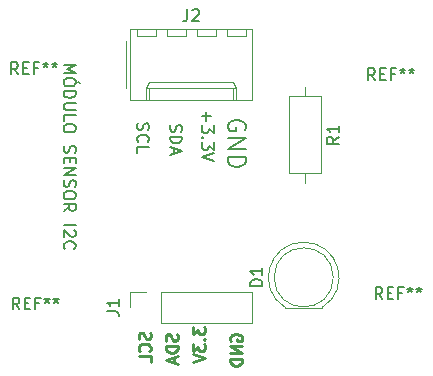
<source format=gbr>
%TF.GenerationSoftware,KiCad,Pcbnew,7.0.6*%
%TF.CreationDate,2024-10-08T11:46:52-03:00*%
%TF.ProjectId,Circuito_Exemplo,43697263-7569-4746-9f5f-4578656d706c,rev?*%
%TF.SameCoordinates,Original*%
%TF.FileFunction,Legend,Top*%
%TF.FilePolarity,Positive*%
%FSLAX46Y46*%
G04 Gerber Fmt 4.6, Leading zero omitted, Abs format (unit mm)*
G04 Created by KiCad (PCBNEW 7.0.6) date 2024-10-08 11:46:52*
%MOMM*%
%LPD*%
G01*
G04 APERTURE LIST*
%ADD10C,0.250000*%
%ADD11C,0.150000*%
%ADD12C,0.120000*%
G04 APERTURE END LIST*
D10*
X125404238Y-73570377D02*
X125356619Y-73475139D01*
X125356619Y-73475139D02*
X125356619Y-73332282D01*
X125356619Y-73332282D02*
X125404238Y-73189425D01*
X125404238Y-73189425D02*
X125499476Y-73094187D01*
X125499476Y-73094187D02*
X125594714Y-73046568D01*
X125594714Y-73046568D02*
X125785190Y-72998949D01*
X125785190Y-72998949D02*
X125928047Y-72998949D01*
X125928047Y-72998949D02*
X126118523Y-73046568D01*
X126118523Y-73046568D02*
X126213761Y-73094187D01*
X126213761Y-73094187D02*
X126309000Y-73189425D01*
X126309000Y-73189425D02*
X126356619Y-73332282D01*
X126356619Y-73332282D02*
X126356619Y-73427520D01*
X126356619Y-73427520D02*
X126309000Y-73570377D01*
X126309000Y-73570377D02*
X126261380Y-73617996D01*
X126261380Y-73617996D02*
X125928047Y-73617996D01*
X125928047Y-73617996D02*
X125928047Y-73427520D01*
X126356619Y-74046568D02*
X125356619Y-74046568D01*
X125356619Y-74046568D02*
X126356619Y-74617996D01*
X126356619Y-74617996D02*
X125356619Y-74617996D01*
X126356619Y-75094187D02*
X125356619Y-75094187D01*
X125356619Y-75094187D02*
X125356619Y-75332282D01*
X125356619Y-75332282D02*
X125404238Y-75475139D01*
X125404238Y-75475139D02*
X125499476Y-75570377D01*
X125499476Y-75570377D02*
X125594714Y-75617996D01*
X125594714Y-75617996D02*
X125785190Y-75665615D01*
X125785190Y-75665615D02*
X125928047Y-75665615D01*
X125928047Y-75665615D02*
X126118523Y-75617996D01*
X126118523Y-75617996D02*
X126213761Y-75570377D01*
X126213761Y-75570377D02*
X126309000Y-75475139D01*
X126309000Y-75475139D02*
X126356619Y-75332282D01*
X126356619Y-75332282D02*
X126356619Y-75094187D01*
X122211619Y-72376330D02*
X122211619Y-72995377D01*
X122211619Y-72995377D02*
X122592571Y-72662044D01*
X122592571Y-72662044D02*
X122592571Y-72804901D01*
X122592571Y-72804901D02*
X122640190Y-72900139D01*
X122640190Y-72900139D02*
X122687809Y-72947758D01*
X122687809Y-72947758D02*
X122783047Y-72995377D01*
X122783047Y-72995377D02*
X123021142Y-72995377D01*
X123021142Y-72995377D02*
X123116380Y-72947758D01*
X123116380Y-72947758D02*
X123164000Y-72900139D01*
X123164000Y-72900139D02*
X123211619Y-72804901D01*
X123211619Y-72804901D02*
X123211619Y-72519187D01*
X123211619Y-72519187D02*
X123164000Y-72423949D01*
X123164000Y-72423949D02*
X123116380Y-72376330D01*
X123116380Y-73423949D02*
X123164000Y-73471568D01*
X123164000Y-73471568D02*
X123211619Y-73423949D01*
X123211619Y-73423949D02*
X123164000Y-73376330D01*
X123164000Y-73376330D02*
X123116380Y-73423949D01*
X123116380Y-73423949D02*
X123211619Y-73423949D01*
X122211619Y-73804901D02*
X122211619Y-74423948D01*
X122211619Y-74423948D02*
X122592571Y-74090615D01*
X122592571Y-74090615D02*
X122592571Y-74233472D01*
X122592571Y-74233472D02*
X122640190Y-74328710D01*
X122640190Y-74328710D02*
X122687809Y-74376329D01*
X122687809Y-74376329D02*
X122783047Y-74423948D01*
X122783047Y-74423948D02*
X123021142Y-74423948D01*
X123021142Y-74423948D02*
X123116380Y-74376329D01*
X123116380Y-74376329D02*
X123164000Y-74328710D01*
X123164000Y-74328710D02*
X123211619Y-74233472D01*
X123211619Y-74233472D02*
X123211619Y-73947758D01*
X123211619Y-73947758D02*
X123164000Y-73852520D01*
X123164000Y-73852520D02*
X123116380Y-73804901D01*
X122211619Y-74709663D02*
X123211619Y-75042996D01*
X123211619Y-75042996D02*
X122211619Y-75376329D01*
X120848000Y-72998949D02*
X120895619Y-73141806D01*
X120895619Y-73141806D02*
X120895619Y-73379901D01*
X120895619Y-73379901D02*
X120848000Y-73475139D01*
X120848000Y-73475139D02*
X120800380Y-73522758D01*
X120800380Y-73522758D02*
X120705142Y-73570377D01*
X120705142Y-73570377D02*
X120609904Y-73570377D01*
X120609904Y-73570377D02*
X120514666Y-73522758D01*
X120514666Y-73522758D02*
X120467047Y-73475139D01*
X120467047Y-73475139D02*
X120419428Y-73379901D01*
X120419428Y-73379901D02*
X120371809Y-73189425D01*
X120371809Y-73189425D02*
X120324190Y-73094187D01*
X120324190Y-73094187D02*
X120276571Y-73046568D01*
X120276571Y-73046568D02*
X120181333Y-72998949D01*
X120181333Y-72998949D02*
X120086095Y-72998949D01*
X120086095Y-72998949D02*
X119990857Y-73046568D01*
X119990857Y-73046568D02*
X119943238Y-73094187D01*
X119943238Y-73094187D02*
X119895619Y-73189425D01*
X119895619Y-73189425D02*
X119895619Y-73427520D01*
X119895619Y-73427520D02*
X119943238Y-73570377D01*
X120895619Y-73998949D02*
X119895619Y-73998949D01*
X119895619Y-73998949D02*
X119895619Y-74237044D01*
X119895619Y-74237044D02*
X119943238Y-74379901D01*
X119943238Y-74379901D02*
X120038476Y-74475139D01*
X120038476Y-74475139D02*
X120133714Y-74522758D01*
X120133714Y-74522758D02*
X120324190Y-74570377D01*
X120324190Y-74570377D02*
X120467047Y-74570377D01*
X120467047Y-74570377D02*
X120657523Y-74522758D01*
X120657523Y-74522758D02*
X120752761Y-74475139D01*
X120752761Y-74475139D02*
X120848000Y-74379901D01*
X120848000Y-74379901D02*
X120895619Y-74237044D01*
X120895619Y-74237044D02*
X120895619Y-73998949D01*
X120609904Y-74951330D02*
X120609904Y-75427520D01*
X120895619Y-74856092D02*
X119895619Y-75189425D01*
X119895619Y-75189425D02*
X120895619Y-75522758D01*
X118562000Y-72871949D02*
X118609619Y-73014806D01*
X118609619Y-73014806D02*
X118609619Y-73252901D01*
X118609619Y-73252901D02*
X118562000Y-73348139D01*
X118562000Y-73348139D02*
X118514380Y-73395758D01*
X118514380Y-73395758D02*
X118419142Y-73443377D01*
X118419142Y-73443377D02*
X118323904Y-73443377D01*
X118323904Y-73443377D02*
X118228666Y-73395758D01*
X118228666Y-73395758D02*
X118181047Y-73348139D01*
X118181047Y-73348139D02*
X118133428Y-73252901D01*
X118133428Y-73252901D02*
X118085809Y-73062425D01*
X118085809Y-73062425D02*
X118038190Y-72967187D01*
X118038190Y-72967187D02*
X117990571Y-72919568D01*
X117990571Y-72919568D02*
X117895333Y-72871949D01*
X117895333Y-72871949D02*
X117800095Y-72871949D01*
X117800095Y-72871949D02*
X117704857Y-72919568D01*
X117704857Y-72919568D02*
X117657238Y-72967187D01*
X117657238Y-72967187D02*
X117609619Y-73062425D01*
X117609619Y-73062425D02*
X117609619Y-73300520D01*
X117609619Y-73300520D02*
X117657238Y-73443377D01*
X118514380Y-74443377D02*
X118562000Y-74395758D01*
X118562000Y-74395758D02*
X118609619Y-74252901D01*
X118609619Y-74252901D02*
X118609619Y-74157663D01*
X118609619Y-74157663D02*
X118562000Y-74014806D01*
X118562000Y-74014806D02*
X118466761Y-73919568D01*
X118466761Y-73919568D02*
X118371523Y-73871949D01*
X118371523Y-73871949D02*
X118181047Y-73824330D01*
X118181047Y-73824330D02*
X118038190Y-73824330D01*
X118038190Y-73824330D02*
X117847714Y-73871949D01*
X117847714Y-73871949D02*
X117752476Y-73919568D01*
X117752476Y-73919568D02*
X117657238Y-74014806D01*
X117657238Y-74014806D02*
X117609619Y-74157663D01*
X117609619Y-74157663D02*
X117609619Y-74252901D01*
X117609619Y-74252901D02*
X117657238Y-74395758D01*
X117657238Y-74395758D02*
X117704857Y-74443377D01*
X118609619Y-75348139D02*
X118609619Y-74871949D01*
X118609619Y-74871949D02*
X117609619Y-74871949D01*
D11*
X111255180Y-50247779D02*
X112255180Y-50247779D01*
X112255180Y-50247779D02*
X111540895Y-50581112D01*
X111540895Y-50581112D02*
X112255180Y-50914445D01*
X112255180Y-50914445D02*
X111255180Y-50914445D01*
X112255180Y-51581112D02*
X112255180Y-51771588D01*
X112255180Y-51771588D02*
X112207561Y-51866826D01*
X112207561Y-51866826D02*
X112112323Y-51962064D01*
X112112323Y-51962064D02*
X111921847Y-52009683D01*
X111921847Y-52009683D02*
X111588514Y-52009683D01*
X111588514Y-52009683D02*
X111398038Y-51962064D01*
X111398038Y-51962064D02*
X111302800Y-51866826D01*
X111302800Y-51866826D02*
X111255180Y-51771588D01*
X111255180Y-51771588D02*
X111255180Y-51581112D01*
X111255180Y-51581112D02*
X111302800Y-51485874D01*
X111302800Y-51485874D02*
X111398038Y-51390636D01*
X111398038Y-51390636D02*
X111588514Y-51343017D01*
X111588514Y-51343017D02*
X111921847Y-51343017D01*
X111921847Y-51343017D02*
X112112323Y-51390636D01*
X112112323Y-51390636D02*
X112207561Y-51485874D01*
X112207561Y-51485874D02*
X112255180Y-51581112D01*
X112636133Y-51771588D02*
X112493276Y-51628731D01*
X111255180Y-52438255D02*
X112255180Y-52438255D01*
X112255180Y-52438255D02*
X112255180Y-52676350D01*
X112255180Y-52676350D02*
X112207561Y-52819207D01*
X112207561Y-52819207D02*
X112112323Y-52914445D01*
X112112323Y-52914445D02*
X112017085Y-52962064D01*
X112017085Y-52962064D02*
X111826609Y-53009683D01*
X111826609Y-53009683D02*
X111683752Y-53009683D01*
X111683752Y-53009683D02*
X111493276Y-52962064D01*
X111493276Y-52962064D02*
X111398038Y-52914445D01*
X111398038Y-52914445D02*
X111302800Y-52819207D01*
X111302800Y-52819207D02*
X111255180Y-52676350D01*
X111255180Y-52676350D02*
X111255180Y-52438255D01*
X112255180Y-53438255D02*
X111445657Y-53438255D01*
X111445657Y-53438255D02*
X111350419Y-53485874D01*
X111350419Y-53485874D02*
X111302800Y-53533493D01*
X111302800Y-53533493D02*
X111255180Y-53628731D01*
X111255180Y-53628731D02*
X111255180Y-53819207D01*
X111255180Y-53819207D02*
X111302800Y-53914445D01*
X111302800Y-53914445D02*
X111350419Y-53962064D01*
X111350419Y-53962064D02*
X111445657Y-54009683D01*
X111445657Y-54009683D02*
X112255180Y-54009683D01*
X111255180Y-54962064D02*
X111255180Y-54485874D01*
X111255180Y-54485874D02*
X112255180Y-54485874D01*
X112255180Y-55485874D02*
X112255180Y-55676350D01*
X112255180Y-55676350D02*
X112207561Y-55771588D01*
X112207561Y-55771588D02*
X112112323Y-55866826D01*
X112112323Y-55866826D02*
X111921847Y-55914445D01*
X111921847Y-55914445D02*
X111588514Y-55914445D01*
X111588514Y-55914445D02*
X111398038Y-55866826D01*
X111398038Y-55866826D02*
X111302800Y-55771588D01*
X111302800Y-55771588D02*
X111255180Y-55676350D01*
X111255180Y-55676350D02*
X111255180Y-55485874D01*
X111255180Y-55485874D02*
X111302800Y-55390636D01*
X111302800Y-55390636D02*
X111398038Y-55295398D01*
X111398038Y-55295398D02*
X111588514Y-55247779D01*
X111588514Y-55247779D02*
X111921847Y-55247779D01*
X111921847Y-55247779D02*
X112112323Y-55295398D01*
X112112323Y-55295398D02*
X112207561Y-55390636D01*
X112207561Y-55390636D02*
X112255180Y-55485874D01*
X111302800Y-57057303D02*
X111255180Y-57200160D01*
X111255180Y-57200160D02*
X111255180Y-57438255D01*
X111255180Y-57438255D02*
X111302800Y-57533493D01*
X111302800Y-57533493D02*
X111350419Y-57581112D01*
X111350419Y-57581112D02*
X111445657Y-57628731D01*
X111445657Y-57628731D02*
X111540895Y-57628731D01*
X111540895Y-57628731D02*
X111636133Y-57581112D01*
X111636133Y-57581112D02*
X111683752Y-57533493D01*
X111683752Y-57533493D02*
X111731371Y-57438255D01*
X111731371Y-57438255D02*
X111778990Y-57247779D01*
X111778990Y-57247779D02*
X111826609Y-57152541D01*
X111826609Y-57152541D02*
X111874228Y-57104922D01*
X111874228Y-57104922D02*
X111969466Y-57057303D01*
X111969466Y-57057303D02*
X112064704Y-57057303D01*
X112064704Y-57057303D02*
X112159942Y-57104922D01*
X112159942Y-57104922D02*
X112207561Y-57152541D01*
X112207561Y-57152541D02*
X112255180Y-57247779D01*
X112255180Y-57247779D02*
X112255180Y-57485874D01*
X112255180Y-57485874D02*
X112207561Y-57628731D01*
X111778990Y-58057303D02*
X111778990Y-58390636D01*
X111255180Y-58533493D02*
X111255180Y-58057303D01*
X111255180Y-58057303D02*
X112255180Y-58057303D01*
X112255180Y-58057303D02*
X112255180Y-58533493D01*
X111255180Y-58962065D02*
X112255180Y-58962065D01*
X112255180Y-58962065D02*
X111255180Y-59533493D01*
X111255180Y-59533493D02*
X112255180Y-59533493D01*
X111302800Y-59962065D02*
X111255180Y-60104922D01*
X111255180Y-60104922D02*
X111255180Y-60343017D01*
X111255180Y-60343017D02*
X111302800Y-60438255D01*
X111302800Y-60438255D02*
X111350419Y-60485874D01*
X111350419Y-60485874D02*
X111445657Y-60533493D01*
X111445657Y-60533493D02*
X111540895Y-60533493D01*
X111540895Y-60533493D02*
X111636133Y-60485874D01*
X111636133Y-60485874D02*
X111683752Y-60438255D01*
X111683752Y-60438255D02*
X111731371Y-60343017D01*
X111731371Y-60343017D02*
X111778990Y-60152541D01*
X111778990Y-60152541D02*
X111826609Y-60057303D01*
X111826609Y-60057303D02*
X111874228Y-60009684D01*
X111874228Y-60009684D02*
X111969466Y-59962065D01*
X111969466Y-59962065D02*
X112064704Y-59962065D01*
X112064704Y-59962065D02*
X112159942Y-60009684D01*
X112159942Y-60009684D02*
X112207561Y-60057303D01*
X112207561Y-60057303D02*
X112255180Y-60152541D01*
X112255180Y-60152541D02*
X112255180Y-60390636D01*
X112255180Y-60390636D02*
X112207561Y-60533493D01*
X112255180Y-61152541D02*
X112255180Y-61343017D01*
X112255180Y-61343017D02*
X112207561Y-61438255D01*
X112207561Y-61438255D02*
X112112323Y-61533493D01*
X112112323Y-61533493D02*
X111921847Y-61581112D01*
X111921847Y-61581112D02*
X111588514Y-61581112D01*
X111588514Y-61581112D02*
X111398038Y-61533493D01*
X111398038Y-61533493D02*
X111302800Y-61438255D01*
X111302800Y-61438255D02*
X111255180Y-61343017D01*
X111255180Y-61343017D02*
X111255180Y-61152541D01*
X111255180Y-61152541D02*
X111302800Y-61057303D01*
X111302800Y-61057303D02*
X111398038Y-60962065D01*
X111398038Y-60962065D02*
X111588514Y-60914446D01*
X111588514Y-60914446D02*
X111921847Y-60914446D01*
X111921847Y-60914446D02*
X112112323Y-60962065D01*
X112112323Y-60962065D02*
X112207561Y-61057303D01*
X112207561Y-61057303D02*
X112255180Y-61152541D01*
X111255180Y-62581112D02*
X111731371Y-62247779D01*
X111255180Y-62009684D02*
X112255180Y-62009684D01*
X112255180Y-62009684D02*
X112255180Y-62390636D01*
X112255180Y-62390636D02*
X112207561Y-62485874D01*
X112207561Y-62485874D02*
X112159942Y-62533493D01*
X112159942Y-62533493D02*
X112064704Y-62581112D01*
X112064704Y-62581112D02*
X111921847Y-62581112D01*
X111921847Y-62581112D02*
X111826609Y-62533493D01*
X111826609Y-62533493D02*
X111778990Y-62485874D01*
X111778990Y-62485874D02*
X111731371Y-62390636D01*
X111731371Y-62390636D02*
X111731371Y-62009684D01*
X111255180Y-63771589D02*
X112255180Y-63771589D01*
X112159942Y-64200160D02*
X112207561Y-64247779D01*
X112207561Y-64247779D02*
X112255180Y-64343017D01*
X112255180Y-64343017D02*
X112255180Y-64581112D01*
X112255180Y-64581112D02*
X112207561Y-64676350D01*
X112207561Y-64676350D02*
X112159942Y-64723969D01*
X112159942Y-64723969D02*
X112064704Y-64771588D01*
X112064704Y-64771588D02*
X111969466Y-64771588D01*
X111969466Y-64771588D02*
X111826609Y-64723969D01*
X111826609Y-64723969D02*
X111255180Y-64152541D01*
X111255180Y-64152541D02*
X111255180Y-64771588D01*
X111350419Y-65771588D02*
X111302800Y-65723969D01*
X111302800Y-65723969D02*
X111255180Y-65581112D01*
X111255180Y-65581112D02*
X111255180Y-65485874D01*
X111255180Y-65485874D02*
X111302800Y-65343017D01*
X111302800Y-65343017D02*
X111398038Y-65247779D01*
X111398038Y-65247779D02*
X111493276Y-65200160D01*
X111493276Y-65200160D02*
X111683752Y-65152541D01*
X111683752Y-65152541D02*
X111826609Y-65152541D01*
X111826609Y-65152541D02*
X112017085Y-65200160D01*
X112017085Y-65200160D02*
X112112323Y-65247779D01*
X112112323Y-65247779D02*
X112207561Y-65343017D01*
X112207561Y-65343017D02*
X112255180Y-65485874D01*
X112255180Y-65485874D02*
X112255180Y-65581112D01*
X112255180Y-65581112D02*
X112207561Y-65723969D01*
X112207561Y-65723969D02*
X112159942Y-65771588D01*
X117525800Y-55153160D02*
X117478180Y-55296017D01*
X117478180Y-55296017D02*
X117478180Y-55534112D01*
X117478180Y-55534112D02*
X117525800Y-55629350D01*
X117525800Y-55629350D02*
X117573419Y-55676969D01*
X117573419Y-55676969D02*
X117668657Y-55724588D01*
X117668657Y-55724588D02*
X117763895Y-55724588D01*
X117763895Y-55724588D02*
X117859133Y-55676969D01*
X117859133Y-55676969D02*
X117906752Y-55629350D01*
X117906752Y-55629350D02*
X117954371Y-55534112D01*
X117954371Y-55534112D02*
X118001990Y-55343636D01*
X118001990Y-55343636D02*
X118049609Y-55248398D01*
X118049609Y-55248398D02*
X118097228Y-55200779D01*
X118097228Y-55200779D02*
X118192466Y-55153160D01*
X118192466Y-55153160D02*
X118287704Y-55153160D01*
X118287704Y-55153160D02*
X118382942Y-55200779D01*
X118382942Y-55200779D02*
X118430561Y-55248398D01*
X118430561Y-55248398D02*
X118478180Y-55343636D01*
X118478180Y-55343636D02*
X118478180Y-55581731D01*
X118478180Y-55581731D02*
X118430561Y-55724588D01*
X117573419Y-56724588D02*
X117525800Y-56676969D01*
X117525800Y-56676969D02*
X117478180Y-56534112D01*
X117478180Y-56534112D02*
X117478180Y-56438874D01*
X117478180Y-56438874D02*
X117525800Y-56296017D01*
X117525800Y-56296017D02*
X117621038Y-56200779D01*
X117621038Y-56200779D02*
X117716276Y-56153160D01*
X117716276Y-56153160D02*
X117906752Y-56105541D01*
X117906752Y-56105541D02*
X118049609Y-56105541D01*
X118049609Y-56105541D02*
X118240085Y-56153160D01*
X118240085Y-56153160D02*
X118335323Y-56200779D01*
X118335323Y-56200779D02*
X118430561Y-56296017D01*
X118430561Y-56296017D02*
X118478180Y-56438874D01*
X118478180Y-56438874D02*
X118478180Y-56534112D01*
X118478180Y-56534112D02*
X118430561Y-56676969D01*
X118430561Y-56676969D02*
X118382942Y-56724588D01*
X117478180Y-57629350D02*
X117478180Y-57153160D01*
X117478180Y-57153160D02*
X118478180Y-57153160D01*
X120319800Y-55280160D02*
X120272180Y-55423017D01*
X120272180Y-55423017D02*
X120272180Y-55661112D01*
X120272180Y-55661112D02*
X120319800Y-55756350D01*
X120319800Y-55756350D02*
X120367419Y-55803969D01*
X120367419Y-55803969D02*
X120462657Y-55851588D01*
X120462657Y-55851588D02*
X120557895Y-55851588D01*
X120557895Y-55851588D02*
X120653133Y-55803969D01*
X120653133Y-55803969D02*
X120700752Y-55756350D01*
X120700752Y-55756350D02*
X120748371Y-55661112D01*
X120748371Y-55661112D02*
X120795990Y-55470636D01*
X120795990Y-55470636D02*
X120843609Y-55375398D01*
X120843609Y-55375398D02*
X120891228Y-55327779D01*
X120891228Y-55327779D02*
X120986466Y-55280160D01*
X120986466Y-55280160D02*
X121081704Y-55280160D01*
X121081704Y-55280160D02*
X121176942Y-55327779D01*
X121176942Y-55327779D02*
X121224561Y-55375398D01*
X121224561Y-55375398D02*
X121272180Y-55470636D01*
X121272180Y-55470636D02*
X121272180Y-55708731D01*
X121272180Y-55708731D02*
X121224561Y-55851588D01*
X120272180Y-56280160D02*
X121272180Y-56280160D01*
X121272180Y-56280160D02*
X121272180Y-56518255D01*
X121272180Y-56518255D02*
X121224561Y-56661112D01*
X121224561Y-56661112D02*
X121129323Y-56756350D01*
X121129323Y-56756350D02*
X121034085Y-56803969D01*
X121034085Y-56803969D02*
X120843609Y-56851588D01*
X120843609Y-56851588D02*
X120700752Y-56851588D01*
X120700752Y-56851588D02*
X120510276Y-56803969D01*
X120510276Y-56803969D02*
X120415038Y-56756350D01*
X120415038Y-56756350D02*
X120319800Y-56661112D01*
X120319800Y-56661112D02*
X120272180Y-56518255D01*
X120272180Y-56518255D02*
X120272180Y-56280160D01*
X120557895Y-57232541D02*
X120557895Y-57708731D01*
X120272180Y-57137303D02*
X121272180Y-57470636D01*
X121272180Y-57470636D02*
X120272180Y-57803969D01*
X123320133Y-54184779D02*
X123320133Y-54946684D01*
X122939180Y-54565731D02*
X123701085Y-54565731D01*
X123939180Y-55327636D02*
X123939180Y-55946683D01*
X123939180Y-55946683D02*
X123558228Y-55613350D01*
X123558228Y-55613350D02*
X123558228Y-55756207D01*
X123558228Y-55756207D02*
X123510609Y-55851445D01*
X123510609Y-55851445D02*
X123462990Y-55899064D01*
X123462990Y-55899064D02*
X123367752Y-55946683D01*
X123367752Y-55946683D02*
X123129657Y-55946683D01*
X123129657Y-55946683D02*
X123034419Y-55899064D01*
X123034419Y-55899064D02*
X122986800Y-55851445D01*
X122986800Y-55851445D02*
X122939180Y-55756207D01*
X122939180Y-55756207D02*
X122939180Y-55470493D01*
X122939180Y-55470493D02*
X122986800Y-55375255D01*
X122986800Y-55375255D02*
X123034419Y-55327636D01*
X123034419Y-56375255D02*
X122986800Y-56422874D01*
X122986800Y-56422874D02*
X122939180Y-56375255D01*
X122939180Y-56375255D02*
X122986800Y-56327636D01*
X122986800Y-56327636D02*
X123034419Y-56375255D01*
X123034419Y-56375255D02*
X122939180Y-56375255D01*
X123939180Y-56756207D02*
X123939180Y-57375254D01*
X123939180Y-57375254D02*
X123558228Y-57041921D01*
X123558228Y-57041921D02*
X123558228Y-57184778D01*
X123558228Y-57184778D02*
X123510609Y-57280016D01*
X123510609Y-57280016D02*
X123462990Y-57327635D01*
X123462990Y-57327635D02*
X123367752Y-57375254D01*
X123367752Y-57375254D02*
X123129657Y-57375254D01*
X123129657Y-57375254D02*
X123034419Y-57327635D01*
X123034419Y-57327635D02*
X122986800Y-57280016D01*
X122986800Y-57280016D02*
X122939180Y-57184778D01*
X122939180Y-57184778D02*
X122939180Y-56899064D01*
X122939180Y-56899064D02*
X122986800Y-56803826D01*
X122986800Y-56803826D02*
X123034419Y-56756207D01*
X123939180Y-57660969D02*
X122939180Y-57994302D01*
X122939180Y-57994302D02*
X123939180Y-58327635D01*
X126587942Y-55724541D02*
X126659371Y-55581684D01*
X126659371Y-55581684D02*
X126659371Y-55367398D01*
X126659371Y-55367398D02*
X126587942Y-55153112D01*
X126587942Y-55153112D02*
X126445085Y-55010255D01*
X126445085Y-55010255D02*
X126302228Y-54938826D01*
X126302228Y-54938826D02*
X126016514Y-54867398D01*
X126016514Y-54867398D02*
X125802228Y-54867398D01*
X125802228Y-54867398D02*
X125516514Y-54938826D01*
X125516514Y-54938826D02*
X125373657Y-55010255D01*
X125373657Y-55010255D02*
X125230800Y-55153112D01*
X125230800Y-55153112D02*
X125159371Y-55367398D01*
X125159371Y-55367398D02*
X125159371Y-55510255D01*
X125159371Y-55510255D02*
X125230800Y-55724541D01*
X125230800Y-55724541D02*
X125302228Y-55795969D01*
X125302228Y-55795969D02*
X125802228Y-55795969D01*
X125802228Y-55795969D02*
X125802228Y-55510255D01*
X125159371Y-56438826D02*
X126659371Y-56438826D01*
X126659371Y-56438826D02*
X125159371Y-57295969D01*
X125159371Y-57295969D02*
X126659371Y-57295969D01*
X125159371Y-58010255D02*
X126659371Y-58010255D01*
X126659371Y-58010255D02*
X126659371Y-58367398D01*
X126659371Y-58367398D02*
X126587942Y-58581684D01*
X126587942Y-58581684D02*
X126445085Y-58724541D01*
X126445085Y-58724541D02*
X126302228Y-58795970D01*
X126302228Y-58795970D02*
X126016514Y-58867398D01*
X126016514Y-58867398D02*
X125802228Y-58867398D01*
X125802228Y-58867398D02*
X125516514Y-58795970D01*
X125516514Y-58795970D02*
X125373657Y-58724541D01*
X125373657Y-58724541D02*
X125230800Y-58581684D01*
X125230800Y-58581684D02*
X125159371Y-58367398D01*
X125159371Y-58367398D02*
X125159371Y-58010255D01*
X107505666Y-70914819D02*
X107172333Y-70438628D01*
X106934238Y-70914819D02*
X106934238Y-69914819D01*
X106934238Y-69914819D02*
X107315190Y-69914819D01*
X107315190Y-69914819D02*
X107410428Y-69962438D01*
X107410428Y-69962438D02*
X107458047Y-70010057D01*
X107458047Y-70010057D02*
X107505666Y-70105295D01*
X107505666Y-70105295D02*
X107505666Y-70248152D01*
X107505666Y-70248152D02*
X107458047Y-70343390D01*
X107458047Y-70343390D02*
X107410428Y-70391009D01*
X107410428Y-70391009D02*
X107315190Y-70438628D01*
X107315190Y-70438628D02*
X106934238Y-70438628D01*
X107934238Y-70391009D02*
X108267571Y-70391009D01*
X108410428Y-70914819D02*
X107934238Y-70914819D01*
X107934238Y-70914819D02*
X107934238Y-69914819D01*
X107934238Y-69914819D02*
X108410428Y-69914819D01*
X109172333Y-70391009D02*
X108839000Y-70391009D01*
X108839000Y-70914819D02*
X108839000Y-69914819D01*
X108839000Y-69914819D02*
X109315190Y-69914819D01*
X109839000Y-69914819D02*
X109839000Y-70152914D01*
X109600905Y-70057676D02*
X109839000Y-70152914D01*
X109839000Y-70152914D02*
X110077095Y-70057676D01*
X109696143Y-70343390D02*
X109839000Y-70152914D01*
X109839000Y-70152914D02*
X109981857Y-70343390D01*
X110600905Y-69914819D02*
X110600905Y-70152914D01*
X110362810Y-70057676D02*
X110600905Y-70152914D01*
X110600905Y-70152914D02*
X110839000Y-70057676D01*
X110458048Y-70343390D02*
X110600905Y-70152914D01*
X110600905Y-70152914D02*
X110743762Y-70343390D01*
X107378666Y-51000819D02*
X107045333Y-50524628D01*
X106807238Y-51000819D02*
X106807238Y-50000819D01*
X106807238Y-50000819D02*
X107188190Y-50000819D01*
X107188190Y-50000819D02*
X107283428Y-50048438D01*
X107283428Y-50048438D02*
X107331047Y-50096057D01*
X107331047Y-50096057D02*
X107378666Y-50191295D01*
X107378666Y-50191295D02*
X107378666Y-50334152D01*
X107378666Y-50334152D02*
X107331047Y-50429390D01*
X107331047Y-50429390D02*
X107283428Y-50477009D01*
X107283428Y-50477009D02*
X107188190Y-50524628D01*
X107188190Y-50524628D02*
X106807238Y-50524628D01*
X107807238Y-50477009D02*
X108140571Y-50477009D01*
X108283428Y-51000819D02*
X107807238Y-51000819D01*
X107807238Y-51000819D02*
X107807238Y-50000819D01*
X107807238Y-50000819D02*
X108283428Y-50000819D01*
X109045333Y-50477009D02*
X108712000Y-50477009D01*
X108712000Y-51000819D02*
X108712000Y-50000819D01*
X108712000Y-50000819D02*
X109188190Y-50000819D01*
X109712000Y-50000819D02*
X109712000Y-50238914D01*
X109473905Y-50143676D02*
X109712000Y-50238914D01*
X109712000Y-50238914D02*
X109950095Y-50143676D01*
X109569143Y-50429390D02*
X109712000Y-50238914D01*
X109712000Y-50238914D02*
X109854857Y-50429390D01*
X110473905Y-50000819D02*
X110473905Y-50238914D01*
X110235810Y-50143676D02*
X110473905Y-50238914D01*
X110473905Y-50238914D02*
X110712000Y-50143676D01*
X110331048Y-50429390D02*
X110473905Y-50238914D01*
X110473905Y-50238914D02*
X110616762Y-50429390D01*
X138239666Y-70050819D02*
X137906333Y-69574628D01*
X137668238Y-70050819D02*
X137668238Y-69050819D01*
X137668238Y-69050819D02*
X138049190Y-69050819D01*
X138049190Y-69050819D02*
X138144428Y-69098438D01*
X138144428Y-69098438D02*
X138192047Y-69146057D01*
X138192047Y-69146057D02*
X138239666Y-69241295D01*
X138239666Y-69241295D02*
X138239666Y-69384152D01*
X138239666Y-69384152D02*
X138192047Y-69479390D01*
X138192047Y-69479390D02*
X138144428Y-69527009D01*
X138144428Y-69527009D02*
X138049190Y-69574628D01*
X138049190Y-69574628D02*
X137668238Y-69574628D01*
X138668238Y-69527009D02*
X139001571Y-69527009D01*
X139144428Y-70050819D02*
X138668238Y-70050819D01*
X138668238Y-70050819D02*
X138668238Y-69050819D01*
X138668238Y-69050819D02*
X139144428Y-69050819D01*
X139906333Y-69527009D02*
X139573000Y-69527009D01*
X139573000Y-70050819D02*
X139573000Y-69050819D01*
X139573000Y-69050819D02*
X140049190Y-69050819D01*
X140573000Y-69050819D02*
X140573000Y-69288914D01*
X140334905Y-69193676D02*
X140573000Y-69288914D01*
X140573000Y-69288914D02*
X140811095Y-69193676D01*
X140430143Y-69479390D02*
X140573000Y-69288914D01*
X140573000Y-69288914D02*
X140715857Y-69479390D01*
X141334905Y-69050819D02*
X141334905Y-69288914D01*
X141096810Y-69193676D02*
X141334905Y-69288914D01*
X141334905Y-69288914D02*
X141573000Y-69193676D01*
X141192048Y-69479390D02*
X141334905Y-69288914D01*
X141334905Y-69288914D02*
X141477762Y-69479390D01*
X137604666Y-51508819D02*
X137271333Y-51032628D01*
X137033238Y-51508819D02*
X137033238Y-50508819D01*
X137033238Y-50508819D02*
X137414190Y-50508819D01*
X137414190Y-50508819D02*
X137509428Y-50556438D01*
X137509428Y-50556438D02*
X137557047Y-50604057D01*
X137557047Y-50604057D02*
X137604666Y-50699295D01*
X137604666Y-50699295D02*
X137604666Y-50842152D01*
X137604666Y-50842152D02*
X137557047Y-50937390D01*
X137557047Y-50937390D02*
X137509428Y-50985009D01*
X137509428Y-50985009D02*
X137414190Y-51032628D01*
X137414190Y-51032628D02*
X137033238Y-51032628D01*
X138033238Y-50985009D02*
X138366571Y-50985009D01*
X138509428Y-51508819D02*
X138033238Y-51508819D01*
X138033238Y-51508819D02*
X138033238Y-50508819D01*
X138033238Y-50508819D02*
X138509428Y-50508819D01*
X139271333Y-50985009D02*
X138938000Y-50985009D01*
X138938000Y-51508819D02*
X138938000Y-50508819D01*
X138938000Y-50508819D02*
X139414190Y-50508819D01*
X139938000Y-50508819D02*
X139938000Y-50746914D01*
X139699905Y-50651676D02*
X139938000Y-50746914D01*
X139938000Y-50746914D02*
X140176095Y-50651676D01*
X139795143Y-50937390D02*
X139938000Y-50746914D01*
X139938000Y-50746914D02*
X140080857Y-50937390D01*
X140699905Y-50508819D02*
X140699905Y-50746914D01*
X140461810Y-50651676D02*
X140699905Y-50746914D01*
X140699905Y-50746914D02*
X140938000Y-50651676D01*
X140557048Y-50937390D02*
X140699905Y-50746914D01*
X140699905Y-50746914D02*
X140842762Y-50937390D01*
X134523819Y-56300666D02*
X134047628Y-56633999D01*
X134523819Y-56872094D02*
X133523819Y-56872094D01*
X133523819Y-56872094D02*
X133523819Y-56491142D01*
X133523819Y-56491142D02*
X133571438Y-56395904D01*
X133571438Y-56395904D02*
X133619057Y-56348285D01*
X133619057Y-56348285D02*
X133714295Y-56300666D01*
X133714295Y-56300666D02*
X133857152Y-56300666D01*
X133857152Y-56300666D02*
X133952390Y-56348285D01*
X133952390Y-56348285D02*
X134000009Y-56395904D01*
X134000009Y-56395904D02*
X134047628Y-56491142D01*
X134047628Y-56491142D02*
X134047628Y-56872094D01*
X134523819Y-55348285D02*
X134523819Y-55919713D01*
X134523819Y-55633999D02*
X133523819Y-55633999D01*
X133523819Y-55633999D02*
X133666676Y-55729237D01*
X133666676Y-55729237D02*
X133761914Y-55824475D01*
X133761914Y-55824475D02*
X133809533Y-55919713D01*
X121713666Y-45499819D02*
X121713666Y-46214104D01*
X121713666Y-46214104D02*
X121666047Y-46356961D01*
X121666047Y-46356961D02*
X121570809Y-46452200D01*
X121570809Y-46452200D02*
X121427952Y-46499819D01*
X121427952Y-46499819D02*
X121332714Y-46499819D01*
X122142238Y-45595057D02*
X122189857Y-45547438D01*
X122189857Y-45547438D02*
X122285095Y-45499819D01*
X122285095Y-45499819D02*
X122523190Y-45499819D01*
X122523190Y-45499819D02*
X122618428Y-45547438D01*
X122618428Y-45547438D02*
X122666047Y-45595057D01*
X122666047Y-45595057D02*
X122713666Y-45690295D01*
X122713666Y-45690295D02*
X122713666Y-45785533D01*
X122713666Y-45785533D02*
X122666047Y-45928390D01*
X122666047Y-45928390D02*
X122094619Y-46499819D01*
X122094619Y-46499819D02*
X122713666Y-46499819D01*
X114921819Y-71072333D02*
X115636104Y-71072333D01*
X115636104Y-71072333D02*
X115778961Y-71119952D01*
X115778961Y-71119952D02*
X115874200Y-71215190D01*
X115874200Y-71215190D02*
X115921819Y-71358047D01*
X115921819Y-71358047D02*
X115921819Y-71453285D01*
X115921819Y-70072333D02*
X115921819Y-70643761D01*
X115921819Y-70358047D02*
X114921819Y-70358047D01*
X114921819Y-70358047D02*
X115064676Y-70453285D01*
X115064676Y-70453285D02*
X115159914Y-70548523D01*
X115159914Y-70548523D02*
X115207533Y-70643761D01*
X128066819Y-68937094D02*
X127066819Y-68937094D01*
X127066819Y-68937094D02*
X127066819Y-68698999D01*
X127066819Y-68698999D02*
X127114438Y-68556142D01*
X127114438Y-68556142D02*
X127209676Y-68460904D01*
X127209676Y-68460904D02*
X127304914Y-68413285D01*
X127304914Y-68413285D02*
X127495390Y-68365666D01*
X127495390Y-68365666D02*
X127638247Y-68365666D01*
X127638247Y-68365666D02*
X127828723Y-68413285D01*
X127828723Y-68413285D02*
X127923961Y-68460904D01*
X127923961Y-68460904D02*
X128019200Y-68556142D01*
X128019200Y-68556142D02*
X128066819Y-68698999D01*
X128066819Y-68698999D02*
X128066819Y-68937094D01*
X128066819Y-67413285D02*
X128066819Y-67984713D01*
X128066819Y-67698999D02*
X127066819Y-67698999D01*
X127066819Y-67698999D02*
X127209676Y-67794237D01*
X127209676Y-67794237D02*
X127304914Y-67889475D01*
X127304914Y-67889475D02*
X127352533Y-67984713D01*
D12*
%TO.C,R1*%
X131699000Y-60174000D02*
X131699000Y-59404000D01*
X131699000Y-52094000D02*
X131699000Y-52864000D01*
X133069000Y-52864000D02*
X130329000Y-52864000D01*
X130329000Y-59404000D02*
X133069000Y-59404000D01*
X130329000Y-52864000D02*
X130329000Y-59404000D01*
X133069000Y-59404000D02*
X133069000Y-52864000D01*
%TO.C,J2*%
X119977000Y-47735000D02*
X121577000Y-47735000D01*
X118237000Y-53155000D02*
X118237000Y-52155000D01*
X125057000Y-47135000D02*
X125057000Y-47735000D01*
X124117000Y-47735000D02*
X124117000Y-47135000D01*
X118487000Y-53155000D02*
X118487000Y-52155000D01*
X121577000Y-47735000D02*
X121577000Y-47135000D01*
X118487000Y-51625000D02*
X125607000Y-51625000D01*
X116857000Y-53155000D02*
X127237000Y-53155000D01*
X118237000Y-52155000D02*
X118487000Y-51625000D01*
X116567000Y-48165000D02*
X116567000Y-52165000D01*
X125057000Y-47735000D02*
X126657000Y-47735000D01*
X122517000Y-47735000D02*
X124117000Y-47735000D01*
X127237000Y-53155000D02*
X127237000Y-47135000D01*
X118237000Y-52155000D02*
X125857000Y-52155000D01*
X122517000Y-47135000D02*
X122517000Y-47735000D01*
X119977000Y-47135000D02*
X119977000Y-47735000D01*
X117437000Y-47135000D02*
X117437000Y-47735000D01*
X125857000Y-52155000D02*
X125857000Y-53155000D01*
X126657000Y-47735000D02*
X126657000Y-47135000D01*
X119037000Y-47735000D02*
X119037000Y-47135000D01*
X125607000Y-51625000D02*
X125857000Y-52155000D01*
X117437000Y-47735000D02*
X119037000Y-47735000D01*
X125607000Y-53155000D02*
X125607000Y-52155000D01*
X116857000Y-47135000D02*
X116857000Y-53155000D01*
X127237000Y-47135000D02*
X116857000Y-47135000D01*
%TO.C,J1*%
X116907000Y-70739000D02*
X116907000Y-69409000D01*
X116907000Y-69409000D02*
X118237000Y-69409000D01*
X119507000Y-72069000D02*
X127187000Y-72069000D01*
X119507000Y-72069000D02*
X119507000Y-69409000D01*
X119507000Y-69409000D02*
X127187000Y-69409000D01*
X127187000Y-72069000D02*
X127187000Y-69409000D01*
%TO.C,D1*%
X130027000Y-70759000D02*
X133117000Y-70759000D01*
X133116830Y-70759000D02*
G75*
G03*
X131571538Y-65209000I-1544830J2560000D01*
G01*
X131572462Y-65209001D02*
G75*
G03*
X130027170Y-70758999I-462J-2989999D01*
G01*
X134072000Y-68199000D02*
G75*
G03*
X134072000Y-68199000I-2500000J0D01*
G01*
%TD*%
M02*

</source>
